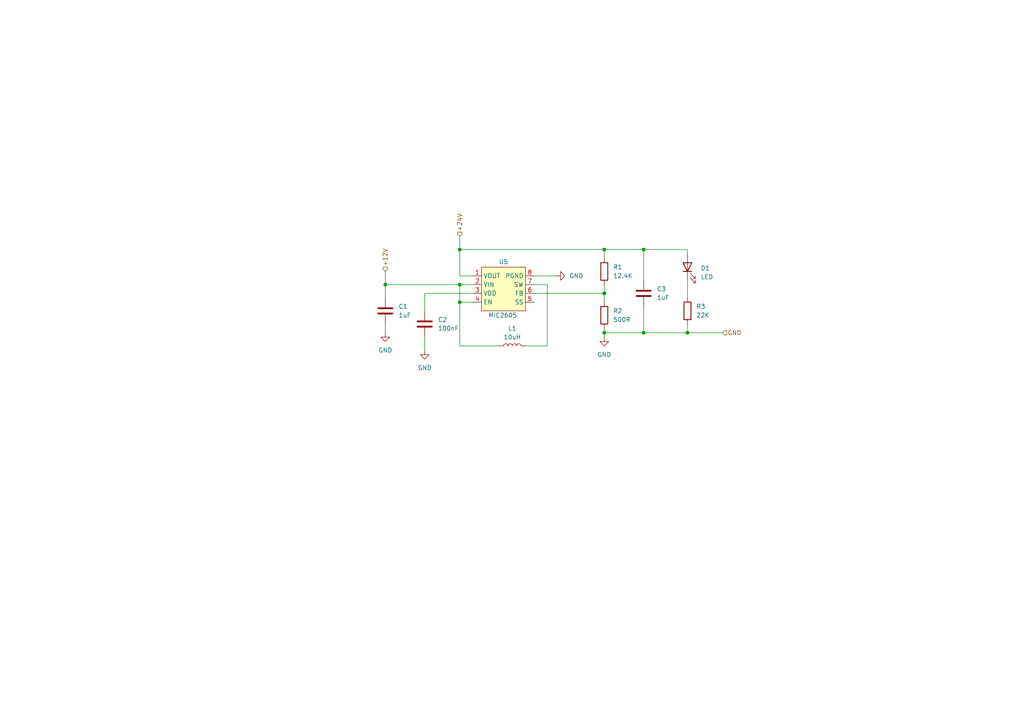
<source format=kicad_sch>
(kicad_sch (version 20231120) (generator "eeschema") (generator_version "8.0")
  (paper "A4")
  (lib_symbols
    (symbol "Device:C" (pin_numbers hide) (pin_names (offset 0.254))
      (property "Reference" "C" (at 0.635 2.54 0))
      (property "Value" "C" (at 0.635 -2.54 0))
      (symbol "C_0_1"
        (polyline (pts (xy -2.032 -0.762) (xy 2.032 -0.762)) (stroke (width 0.508)))
        (polyline (pts (xy -2.032 0.762) (xy 2.032 0.762)) (stroke (width 0.508)))
      )
      (symbol "C_1_1"
        (pin passive line (at 0 3.81 270) (length 2.794) (name "~") (number "1"))
        (pin passive line (at 0 -3.81 90) (length 2.794) (name "~") (number "2"))
      )
    )
    (symbol "Device:L" (pin_numbers hide) (pin_names (offset 1.016) hide)
      (property "Reference" "L" (at -1.27 0 90))
      (property "Value" "L" (at 1.905 0 90))
      (symbol "L_0_1"
        (arc (start 0 -2.54) (mid 0.6323 -1.905) (end 0 -1.27))
        (arc (start 0 -1.27) (mid 0.6323 -0.635) (end 0 0))
        (arc (start 0 0) (mid 0.6323 0.635) (end 0 1.27))
        (arc (start 0 1.27) (mid 0.6323 1.905) (end 0 2.54))
      )
      (symbol "L_1_1"
        (pin passive line (at 0 3.81 270) (length 1.27) (name "1") (number "1"))
        (pin passive line (at 0 -3.81 90) (length 1.27) (name "2") (number "2"))
      )
    )
    (symbol "Device:LED" (pin_numbers hide) (pin_names (offset 1.016) hide)
      (property "Reference" "D" (at 0 2.54 0))
      (property "Value" "LED" (at 0 -2.54 0))
      (symbol "LED_0_1"
        (polyline (pts (xy -1.27 -1.27) (xy -1.27 1.27)) (stroke (width 0.254)))
        (polyline (pts (xy -1.27 0) (xy 1.27 0)))
        (polyline (pts (xy 1.27 -1.27) (xy 1.27 1.27) (xy -1.27 0) (xy 1.27 -1.27)) (stroke (width 0.254)))
        (polyline (pts (xy -3.048 -0.762) (xy -4.572 -2.286) (xy -3.81 -2.286) (xy -4.572 -2.286) (xy -4.572 -1.524)))
        (polyline (pts (xy -1.778 -0.762) (xy -3.302 -2.286) (xy -2.54 -2.286) (xy -3.302 -2.286) (xy -3.302 -1.524)))
      )
      (symbol "LED_1_1"
        (pin passive line (at -3.81 0 0) (length 2.54) (name "K") (number "1"))
        (pin passive line (at 3.81 0 180) (length 2.54) (name "A") (number "2"))
      )
    )
    (symbol "Device:R" (pin_numbers hide) (pin_names (offset 0))
      (property "Reference" "R" (at 2.032 0 90))
      (property "Value" "R" (at 0 0 90))
      (symbol "R_0_1"
        (rectangle (start -1.016 -2.54) (end 1.016 2.54) (stroke (width 0.254)))
      )
      (symbol "R_1_1"
        (pin passive line (at 0 3.81 270) (length 1.27) (name "~") (number "1"))
        (pin passive line (at 0 -3.81 90) (length 1.27) (name "~") (number "2"))
      )
    )
    (symbol "laser_com_lib:MIC2605"
      (property "Reference" "U" (at 0 0 0))
      (property "Value" "MIC2605" (at 0 15.24 0))
      (symbol "MIC2605_1_1"
        (rectangle (start -6.35 13.97) (end 6.35 1.27) (fill (type background)))
        (pin bidirectional line (at -8.89 11.43 0) (length 2.54) (name "VOUT") (number "1"))
        (pin bidirectional line (at -8.89 8.89 0) (length 2.54) (name "VIN") (number "2"))
        (pin bidirectional line (at -8.89 6.35 0) (length 2.54) (name "VDD") (number "3"))
        (pin bidirectional line (at -8.89 3.81 0) (length 2.54) (name "EN") (number "4"))
        (pin bidirectional line (at 8.89 3.81 180) (length 2.54) (name "SS") (number "5"))
        (pin bidirectional line (at 8.89 6.35 180) (length 2.54) (name "FB") (number "6"))
        (pin bidirectional line (at 8.89 8.89 180) (length 2.54) (name "SW") (number "7"))
        (pin bidirectional line (at 8.89 11.43 180) (length 2.54) (name "PGND") (number "8"))
      )
    )
    (symbol "power:GND" (power) (pin_numbers hide) (pin_names (offset 0) hide)
      (property "Value" "GND" (at 0 -3.81 0))
      (symbol "GND_0_1"
        (polyline (pts (xy 0 0) (xy 0 -1.27) (xy 1.27 -1.27) (xy 0 -2.54) (xy -1.27 -1.27) (xy 0 -1.27)))
      )
      (symbol "GND_1_1"
        (pin power_in line (at 0 0 270) (length 0) (name "~") (number "1"))
      )
    )
  )
  (junction (at 111.76 82.55))
  (junction (at 199.39 96.52))
  (junction (at 175.26 85.09))
  (junction (at 175.26 72.39))
  (junction (at 133.35 82.55))
  (junction (at 186.69 72.39))
  (junction (at 186.69 96.52))
  (junction (at 175.26 96.52))
  (junction (at 133.35 72.39))
  (junction (at 133.35 87.63))
  (wire (pts (xy 111.76 82.55) (xy 111.76 86.36)))
  (wire (pts (xy 186.69 81.28) (xy 186.69 72.39)))
  (wire (pts (xy 186.69 96.52) (xy 199.39 96.52)))
  (wire (pts (xy 186.69 72.39) (xy 199.39 72.39)))
  (wire (pts (xy 154.94 80.01) (xy 161.29 80.01)))
  (wire (pts (xy 133.35 68.58) (xy 133.35 72.39)))
  (wire (pts (xy 175.26 85.09) (xy 175.26 82.55)))
  (wire (pts (xy 137.16 85.09) (xy 123.19 85.09)))
  (wire (pts (xy 158.75 100.33) (xy 158.75 82.55)))
  (wire (pts (xy 199.39 81.28) (xy 199.39 86.36)))
  (wire (pts (xy 175.26 95.25) (xy 175.26 96.52)))
  (wire (pts (xy 133.35 87.63) (xy 133.35 82.55)))
  (wire (pts (xy 133.35 80.01) (xy 133.35 72.39)))
  (wire (pts (xy 154.94 82.55) (xy 158.75 82.55)))
  (wire (pts (xy 133.35 72.39) (xy 175.26 72.39)))
  (wire (pts (xy 175.26 96.52) (xy 186.69 96.52)))
  (wire (pts (xy 137.16 80.01) (xy 133.35 80.01)))
  (wire (pts (xy 123.19 97.79) (xy 123.19 101.6)))
  (wire (pts (xy 137.16 87.63) (xy 133.35 87.63)))
  (wire (pts (xy 144.78 100.33) (xy 133.35 100.33)))
  (wire (pts (xy 133.35 100.33) (xy 133.35 87.63)))
  (wire (pts (xy 199.39 96.52) (xy 209.55 96.52)))
  (wire (pts (xy 175.26 72.39) (xy 175.26 74.93)))
  (wire (pts (xy 123.19 85.09) (xy 123.19 90.17)))
  (wire (pts (xy 199.39 96.52) (xy 199.39 93.98)))
  (wire (pts (xy 186.69 72.39) (xy 175.26 72.39)))
  (wire (pts (xy 111.76 78.74) (xy 111.76 82.55)))
  (wire (pts (xy 199.39 72.39) (xy 199.39 73.66)))
  (wire (pts (xy 154.94 85.09) (xy 175.26 85.09)))
  (wire (pts (xy 152.4 100.33) (xy 158.75 100.33)))
  (wire (pts (xy 111.76 82.55) (xy 133.35 82.55)))
  (wire (pts (xy 175.26 96.52) (xy 175.26 97.79)))
  (wire (pts (xy 175.26 85.09) (xy 175.26 87.63)))
  (wire (pts (xy 133.35 82.55) (xy 137.16 82.55)))
  (wire (pts (xy 186.69 96.52) (xy 186.69 88.9)))
  (wire (pts (xy 111.76 93.98) (xy 111.76 96.52)))
  (hierarchical_label "+24V" (shape input) (at 133.35 68.58 90))
  (hierarchical_label "+12V" (shape input) (at 111.76 78.74 90))
  (hierarchical_label "GND" (shape input) (at 209.55 96.52 0))
  (symbol (lib_id "power:GND") (at 123.19 101.6 0) (unit 1)
    (property "Reference" "#PWR02" (effects (hide yes)))
    (property "Value" "GND" (at 123.19 106.68 0))
    (property "Description" "Power symbol creates a global label with name \"GND\" , ground" (effects (hide yes)))
  )
  (symbol (lib_id "Device:C") (at 186.69 85.09 0) (unit 1)
    (property "Reference" "C3" (at 190.5 83.8199 0) (effects (justify left)))
    (property "Value" "1uF" (at 190.5 86.3599 0) (effects (justify left)))
    (property "Footprint" "Capacitor_SMD:C_0805_2012Metric_Pad1.18x1.45mm_HandSolder" (effects (hide yes)))
    (property "Description" "Unpolarized capacitor" (effects (hide yes)))
  )
  (symbol (lib_id "Device:R") (at 199.39 90.17 0) (unit 1)
    (property "Reference" "R3" (at 201.93 88.8999 0) (effects (justify left)))
    (property "Value" "22K" (at 201.93 91.4399 0) (effects (justify left)))
    (property "Footprint" "Resistor_SMD:R_0805_2012Metric_Pad1.20x1.40mm_HandSolder" (effects (hide yes)))
    (property "Description" "Resistor" (effects (hide yes)))
  )
  (symbol (lib_id "Device:C") (at 111.76 90.17 0) (unit 1)
    (property "Reference" "C1" (at 115.57 88.8999 0) (effects (justify left)))
    (property "Value" "1uF" (at 115.57 91.4399 0) (effects (justify left)))
    (property "Footprint" "Capacitor_SMD:C_0805_2012Metric_Pad1.18x1.45mm_HandSolder" (effects (hide yes)))
    (property "Description" "Unpolarized capacitor" (effects (hide yes)))
  )
  (symbol (lib_id "laser_com_lib:MIC2605") (at 146.05 91.44 0) (unit 1)
    (property "Reference" "U5" (at 146.05 75.946 0))
    (property "Value" "MIC2605" (at 145.796 91.44 0))
    (property "Footprint" "Package_DFN_QFN:TDFN-8-1EP_2x2mm_P0.5mm_EP0.8x1.2mm" (effects (hide yes)))
    (property "Datasheet" "https://www.digikey.com/en/products/detail/microchip-technology/MIC2605YML-TR/1888362" (effects (hide yes)))
  )
  (symbol (lib_id "power:GND") (at 111.76 96.52 0) (unit 1)
    (property "Reference" "#PWR01" (effects (hide yes)))
    (property "Value" "GND" (at 111.76 101.6 0))
    (property "Description" "Power symbol creates a global label with name \"GND\" , ground" (effects (hide yes)))
  )
  (symbol (lib_id "Device:LED") (at 199.39 77.47 90) (unit 1)
    (property "Reference" "D1" (at 203.2 77.7874 90) (effects (justify right)))
    (property "Value" "LED" (at 203.2 80.3274 90) (effects (justify right)))
    (property "Footprint" "LED_SMD:LED_0805_2012Metric_Pad1.15x1.40mm_HandSolder" (effects (hide yes)))
    (property "Description" "Light emitting diode" (effects (hide yes)))
  )
  (symbol (lib_id "Device:R") (at 175.26 78.74 0) (unit 1)
    (property "Reference" "R1" (at 177.8 77.4699 0) (effects (justify left)))
    (property "Value" "12.4K" (at 177.8 80.0099 0) (effects (justify left)))
    (property "Footprint" "Resistor_SMD:R_0805_2012Metric_Pad1.20x1.40mm_HandSolder" (effects (hide yes)))
    (property "Description" "Resistor" (effects (hide yes)))
  )
  (symbol (lib_id "power:GND") (at 175.26 97.79 0) (unit 1)
    (property "Reference" "#PWR04" (effects (hide yes)))
    (property "Value" "GND" (at 175.26 102.87 0))
    (property "Description" "Power symbol creates a global label with name \"GND\" , ground" (effects (hide yes)))
  )
  (symbol (lib_id "Device:L") (at 148.59 100.33 90) (unit 1)
    (property "Reference" "L1" (at 148.59 95.25 90))
    (property "Value" "10uH" (at 148.59 97.79 90))
    (property "Footprint" "Inductor_SMD:L_1206_3216Metric_Pad1.42x1.75mm_HandSolder" (effects (hide yes)))
    (property "Description" "Inductor" (effects (hide yes)))
  )
  (symbol (lib_id "Device:R") (at 175.26 91.44 0) (unit 1)
    (property "Reference" "R2" (at 177.8 90.1699 0) (effects (justify left)))
    (property "Value" "500R" (at 177.8 92.7099 0) (effects (justify left)))
    (property "Footprint" "Resistor_SMD:R_0805_2012Metric_Pad1.20x1.40mm_HandSolder" (effects (hide yes)))
    (property "Description" "Resistor" (effects (hide yes)))
  )
  (symbol (lib_id "Device:C") (at 123.19 93.98 0) (unit 1)
    (property "Reference" "C2" (at 127 92.7099 0) (effects (justify left)))
    (property "Value" "100nF" (at 127 95.2499 0) (effects (justify left)))
    (property "Footprint" "Capacitor_SMD:C_0805_2012Metric_Pad1.18x1.45mm_HandSolder" (effects (hide yes)))
    (property "Description" "Unpolarized capacitor" (effects (hide yes)))
  )
  (symbol (lib_id "power:GND") (at 161.29 80.01 90) (unit 1)
    (property "Reference" "#PWR03" (effects (hide yes)))
    (property "Value" "GND" (at 165.1 80.0099 90) (effects (justify right)))
    (property "Description" "Power symbol creates a global label with name \"GND\" , ground" (effects (hide yes)))
  )
)
</source>
